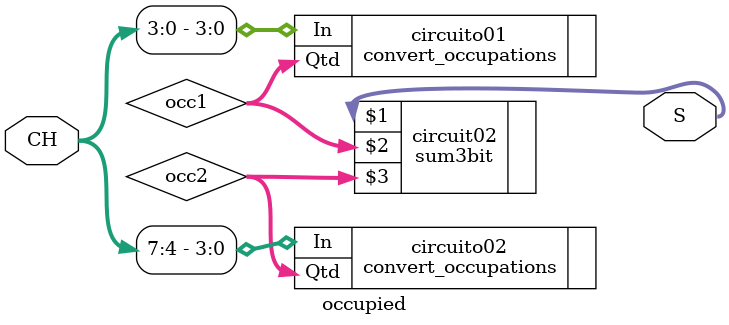
<source format=v>
/*
	Módulo sair as vagas ocupadas
*/
module occupied(S, CH);
	input [7:0] CH;// chaves da placa
	output [3:0] S;// resultado da soma
	//
	wire [3:0] occ1, occ2;
	//
	convert_occupations circuito01(.Qtd(occ1), .In(CH[3:0]));
	convert_occupations circuito02(.Qtd(occ2), .In(CH[7:4]));
	// Somador 3 bits
	sum3bit circuit02(S, occ1, occ2);
	
endmodule

</source>
